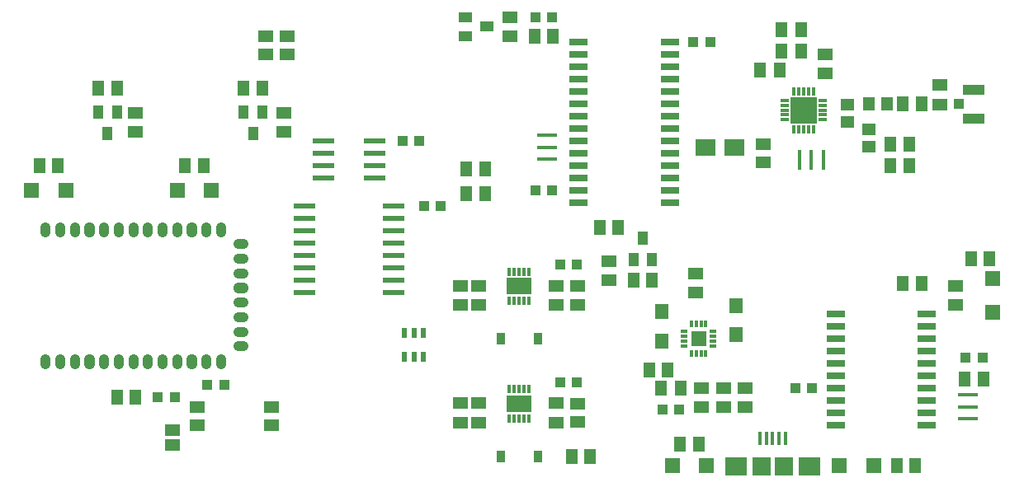
<source format=gbr>
G04 EAGLE Gerber RS-274X export*
G75*
%MOMM*%
%FSLAX34Y34*%
%LPD*%
%AMOC8*
5,1,8,0,0,1.08239X$1,22.5*%
G01*
%ADD10R,1.050000X1.080000*%
%ADD11R,1.300000X1.600000*%
%ADD12R,1.600000X1.300000*%
%ADD13R,2.150000X1.800000*%
%ADD14R,1.400000X1.600000*%
%ADD15R,1.400000X1.000000*%
%ADD16R,2.200000X0.600000*%
%ADD17R,2.000000X0.400000*%
%ADD18R,0.550000X1.050000*%
%ADD19R,0.300000X0.850000*%
%ADD20R,2.500000X1.750000*%
%ADD21R,0.800000X0.300000*%
%ADD22R,0.300000X0.800000*%
%ADD23R,1.550000X1.550000*%
%ADD24R,0.850000X0.300000*%
%ADD25R,2.700000X2.700000*%
%ADD26R,1.850000X0.650000*%
%ADD27R,0.400000X2.000000*%
%ADD28R,0.400000X1.400000*%
%ADD29R,2.300000X1.900000*%
%ADD30R,1.850000X1.900000*%
%ADD31R,1.050000X1.000000*%
%ADD32R,2.200000X1.050000*%
%ADD33R,0.900000X1.300000*%
%ADD34R,1.150000X1.450000*%
%ADD35R,1.450000X1.150000*%
%ADD36R,1.500000X1.500000*%
%ADD37R,1.000000X1.400000*%
%ADD38R,1.500000X1.300000*%
%ADD39R,1.300000X1.500000*%
%ADD40R,1.600200X1.168400*%
%ADD41C,0.990000*%


D10*
X257950Y104775D03*
X275450Y104775D03*
D11*
X867250Y469900D03*
X847250Y469900D03*
X845025Y428625D03*
X825025Y428625D03*
X958375Y352425D03*
X978375Y352425D03*
X958375Y330200D03*
X978375Y330200D03*
X971075Y393700D03*
X991075Y393700D03*
D12*
X1009650Y393225D03*
X1009650Y413225D03*
D10*
X457975Y355600D03*
X475475Y355600D03*
D12*
X517525Y186850D03*
X517525Y206850D03*
D10*
X612000Y304800D03*
X594500Y304800D03*
X207150Y92075D03*
X224650Y92075D03*
X756425Y457200D03*
X773925Y457200D03*
X594500Y482600D03*
X612000Y482600D03*
D13*
X769475Y349250D03*
X798975Y349250D03*
D11*
X743425Y101600D03*
X723425Y101600D03*
D10*
X878700Y101600D03*
X861200Y101600D03*
X1035825Y133350D03*
X1053325Y133350D03*
X637400Y107950D03*
X619900Y107950D03*
D12*
X517525Y66200D03*
X517525Y86200D03*
X536575Y66200D03*
X536575Y86200D03*
D10*
X480200Y288925D03*
X497700Y288925D03*
D14*
X800100Y156450D03*
X800100Y186450D03*
X723900Y150100D03*
X723900Y180100D03*
D10*
X742175Y79375D03*
X724675Y79375D03*
X637400Y228600D03*
X619900Y228600D03*
D12*
X536575Y186850D03*
X536575Y206850D03*
D11*
X867250Y447675D03*
X847250Y447675D03*
D15*
X544400Y473075D03*
X522400Y463575D03*
X522400Y482575D03*
D16*
X357225Y276225D03*
X449225Y250825D03*
X357225Y288925D03*
X357225Y263525D03*
X357225Y250825D03*
X449225Y263525D03*
X449225Y238125D03*
X449225Y225425D03*
X357225Y225425D03*
X449225Y200025D03*
X357225Y238125D03*
X357225Y212725D03*
X449225Y212725D03*
X357225Y200025D03*
X449225Y276225D03*
X449225Y288925D03*
D17*
X606425Y361250D03*
X606425Y349250D03*
X606425Y337250D03*
D18*
X460400Y133550D03*
X469900Y133550D03*
X479400Y133550D03*
X479400Y158550D03*
X469900Y158550D03*
X460400Y158550D03*
D16*
X377225Y342900D03*
X429225Y342900D03*
X377225Y355600D03*
X377225Y330200D03*
X377225Y317500D03*
X429225Y355600D03*
X429225Y330200D03*
X429225Y317500D03*
D19*
X567850Y70725D03*
X572850Y70725D03*
X577850Y70725D03*
X582850Y70725D03*
X587850Y70725D03*
X587850Y100725D03*
X582850Y100725D03*
X577850Y100725D03*
X572850Y100725D03*
X567850Y100725D03*
D20*
X577850Y85725D03*
D21*
X777000Y144900D03*
X777000Y149900D03*
X777000Y154900D03*
X777000Y159900D03*
D22*
X769500Y167400D03*
X764500Y167400D03*
X759500Y167400D03*
X754500Y167400D03*
D21*
X747000Y159900D03*
X747000Y154900D03*
X747000Y149900D03*
X747000Y144900D03*
D22*
X754500Y137400D03*
X759500Y137400D03*
X764500Y137400D03*
X769500Y137400D03*
D23*
X762000Y152400D03*
D19*
X567850Y191375D03*
X572850Y191375D03*
X577850Y191375D03*
X582850Y191375D03*
X587850Y191375D03*
X587850Y221375D03*
X582850Y221375D03*
X577850Y221375D03*
X572850Y221375D03*
X567850Y221375D03*
D20*
X577850Y206375D03*
D24*
X850450Y397350D03*
X850450Y392350D03*
X850450Y387350D03*
X850450Y382350D03*
X850450Y377350D03*
D19*
X859950Y367850D03*
X864950Y367850D03*
X869950Y367850D03*
X874950Y367850D03*
X879950Y367850D03*
D24*
X889450Y377350D03*
X889450Y382350D03*
X889450Y387350D03*
X889450Y392350D03*
X889450Y397350D03*
D19*
X879950Y406850D03*
X874950Y406850D03*
X869950Y406850D03*
X864950Y406850D03*
X859950Y406850D03*
D25*
X869950Y387350D03*
D26*
X639050Y457200D03*
X639050Y444500D03*
X639050Y431800D03*
X639050Y419100D03*
X639050Y406400D03*
X639050Y393700D03*
X639050Y381000D03*
X639050Y368300D03*
X639050Y355600D03*
X639050Y342900D03*
X639050Y330200D03*
X639050Y317500D03*
X639050Y304800D03*
X639050Y292100D03*
X732550Y292100D03*
X732550Y304800D03*
X732550Y317500D03*
X732550Y330200D03*
X732550Y342900D03*
X732550Y355600D03*
X732550Y368300D03*
X732550Y381000D03*
X732550Y393700D03*
X732550Y406400D03*
X732550Y419100D03*
X732550Y431800D03*
X732550Y444500D03*
X732550Y457200D03*
X996075Y63500D03*
X996075Y76200D03*
X996075Y88900D03*
X996075Y101600D03*
X996075Y114300D03*
X996075Y127000D03*
X996075Y139700D03*
X996075Y152400D03*
X996075Y165100D03*
X996075Y177800D03*
X902575Y177800D03*
X902575Y165100D03*
X902575Y152400D03*
X902575Y139700D03*
X902575Y127000D03*
X902575Y114300D03*
X902575Y101600D03*
X902575Y88900D03*
X902575Y76200D03*
X902575Y63500D03*
D17*
X1038225Y70550D03*
X1038225Y82550D03*
X1038225Y94550D03*
D27*
X865888Y336550D03*
X877888Y336550D03*
X889888Y336550D03*
D28*
X825100Y50000D03*
X831600Y50000D03*
X838100Y50000D03*
X844600Y50000D03*
X851100Y50000D03*
D29*
X875600Y21500D03*
X800600Y21500D03*
D30*
X849350Y21500D03*
X826850Y21500D03*
D31*
X1029325Y393700D03*
D32*
X1044575Y408450D03*
X1044575Y378950D03*
D33*
X596850Y152400D03*
X558850Y152400D03*
D34*
X937150Y393700D03*
X955150Y393700D03*
D35*
X914400Y393175D03*
X914400Y375175D03*
X936625Y367775D03*
X936625Y349775D03*
D33*
X596850Y31750D03*
X558850Y31750D03*
D36*
X226975Y304800D03*
X261975Y304800D03*
X941425Y22225D03*
X906425Y22225D03*
X734975Y22225D03*
X769975Y22225D03*
X77750Y304800D03*
X112750Y304800D03*
X1063625Y214350D03*
X1063625Y179350D03*
D37*
X304800Y363650D03*
X295300Y385650D03*
X314300Y385650D03*
X155575Y363650D03*
X146075Y385650D03*
X165075Y385650D03*
D38*
X1025525Y187350D03*
X1025525Y206350D03*
D39*
X971575Y209550D03*
X990575Y209550D03*
D38*
X892175Y425475D03*
X892175Y444475D03*
X809625Y82575D03*
X809625Y101575D03*
D39*
X711225Y120650D03*
X730225Y120650D03*
D38*
X787400Y82575D03*
X787400Y101575D03*
D39*
X165125Y92075D03*
X184125Y92075D03*
X631850Y31750D03*
X650850Y31750D03*
D38*
X765175Y82575D03*
X765175Y101575D03*
D39*
X1054075Y111125D03*
X1035075Y111125D03*
D12*
X669925Y212750D03*
X669925Y231750D03*
D11*
X714350Y212725D03*
X695350Y212725D03*
X679425Y266700D03*
X660425Y266700D03*
D38*
X323850Y82525D03*
X323850Y63525D03*
X828675Y352400D03*
X828675Y333400D03*
X336550Y365150D03*
X336550Y384150D03*
D39*
X314300Y409575D03*
X295300Y409575D03*
X253975Y330200D03*
X234975Y330200D03*
D11*
X593750Y463550D03*
X612750Y463550D03*
D12*
X568325Y463575D03*
X568325Y482575D03*
D39*
X984225Y22225D03*
X965225Y22225D03*
D38*
X184150Y365150D03*
X184150Y384150D03*
D39*
X761975Y44450D03*
X742975Y44450D03*
X1041425Y234950D03*
X1060425Y234950D03*
X523900Y301625D03*
X542900Y301625D03*
X523900Y327025D03*
X542900Y327025D03*
D38*
X247650Y82525D03*
X247650Y63525D03*
D39*
X165075Y409575D03*
X146075Y409575D03*
X104750Y330200D03*
X85750Y330200D03*
D38*
X638175Y206350D03*
X638175Y187350D03*
D12*
X638175Y85700D03*
X638175Y66700D03*
D40*
X222250Y58420D03*
X222250Y43180D03*
D37*
X704850Y255475D03*
X714350Y233475D03*
X695350Y233475D03*
D41*
X92125Y131700D02*
X92125Y126600D01*
X92025Y126600D01*
X92025Y131700D01*
X92125Y131700D01*
X107125Y131700D02*
X107125Y126600D01*
X107025Y126600D01*
X107025Y131700D01*
X107125Y131700D01*
X122125Y131700D02*
X122125Y126600D01*
X122025Y126600D01*
X122025Y131700D01*
X122125Y131700D01*
X137125Y131700D02*
X137125Y126600D01*
X137025Y126600D01*
X137025Y131700D01*
X137125Y131700D01*
X152125Y131700D02*
X152125Y126600D01*
X152025Y126600D01*
X152025Y131700D01*
X152125Y131700D01*
X167125Y131700D02*
X167125Y126600D01*
X167025Y126600D01*
X167025Y131700D01*
X167125Y131700D01*
X182125Y131700D02*
X182125Y126600D01*
X182025Y126600D01*
X182025Y131700D01*
X182125Y131700D01*
X197125Y131700D02*
X197125Y126600D01*
X197025Y126600D01*
X197025Y131700D01*
X197125Y131700D01*
X212125Y131700D02*
X212125Y126600D01*
X212025Y126600D01*
X212025Y131700D01*
X212125Y131700D01*
X227125Y131700D02*
X227125Y126600D01*
X227025Y126600D01*
X227025Y131700D01*
X227125Y131700D01*
X242125Y131700D02*
X242125Y126600D01*
X242025Y126600D01*
X242025Y131700D01*
X242125Y131700D01*
X257125Y131700D02*
X257125Y126600D01*
X257025Y126600D01*
X257025Y131700D01*
X257125Y131700D01*
X272125Y131700D02*
X272125Y126600D01*
X272025Y126600D01*
X272025Y131700D01*
X272125Y131700D01*
X290225Y144600D02*
X295325Y144600D01*
X295325Y144500D01*
X290225Y144500D01*
X290225Y144600D01*
X290225Y159600D02*
X295325Y159600D01*
X295325Y159500D01*
X290225Y159500D01*
X290225Y159600D01*
X290225Y174600D02*
X295325Y174600D01*
X295325Y174500D01*
X290225Y174500D01*
X290225Y174600D01*
X290225Y189600D02*
X295325Y189600D01*
X295325Y189500D01*
X290225Y189500D01*
X290225Y189600D01*
X290225Y204600D02*
X295325Y204600D01*
X295325Y204500D01*
X290225Y204500D01*
X290225Y204600D01*
X290225Y219600D02*
X295325Y219600D01*
X295325Y219500D01*
X290225Y219500D01*
X290225Y219600D01*
X290225Y234600D02*
X295325Y234600D01*
X295325Y234500D01*
X290225Y234500D01*
X290225Y234600D01*
X290225Y249600D02*
X295325Y249600D01*
X295325Y249500D01*
X290225Y249500D01*
X290225Y249600D01*
X272025Y262000D02*
X272025Y267100D01*
X272125Y267100D01*
X272125Y262000D01*
X272025Y262000D01*
X257025Y262000D02*
X257025Y267100D01*
X257125Y267100D01*
X257125Y262000D01*
X257025Y262000D01*
X242025Y262000D02*
X242025Y267100D01*
X242125Y267100D01*
X242125Y262000D01*
X242025Y262000D01*
X227025Y262000D02*
X227025Y267100D01*
X227125Y267100D01*
X227125Y262000D01*
X227025Y262000D01*
X212025Y262000D02*
X212025Y267100D01*
X212125Y267100D01*
X212125Y262000D01*
X212025Y262000D01*
X197025Y262000D02*
X197025Y267100D01*
X197125Y267100D01*
X197125Y262000D01*
X197025Y262000D01*
X182025Y262000D02*
X182025Y267100D01*
X182125Y267100D01*
X182125Y262000D01*
X182025Y262000D01*
X167025Y262000D02*
X167025Y267100D01*
X167125Y267100D01*
X167125Y262000D01*
X167025Y262000D01*
X152025Y262000D02*
X152025Y267100D01*
X152125Y267100D01*
X152125Y262000D01*
X152025Y262000D01*
X137025Y262000D02*
X137025Y267100D01*
X137125Y267100D01*
X137125Y262000D01*
X137025Y262000D01*
X122025Y262000D02*
X122025Y267100D01*
X122125Y267100D01*
X122125Y262000D01*
X122025Y262000D01*
X107025Y262000D02*
X107025Y267100D01*
X107125Y267100D01*
X107125Y262000D01*
X107025Y262000D01*
X92025Y262000D02*
X92025Y267100D01*
X92125Y267100D01*
X92125Y262000D01*
X92025Y262000D01*
D12*
X615950Y186850D03*
X615950Y206850D03*
X615950Y66200D03*
X615950Y86200D03*
D38*
X758825Y219050D03*
X758825Y200050D03*
X317500Y444525D03*
X317500Y463525D03*
X339725Y444525D03*
X339725Y463525D03*
M02*

</source>
